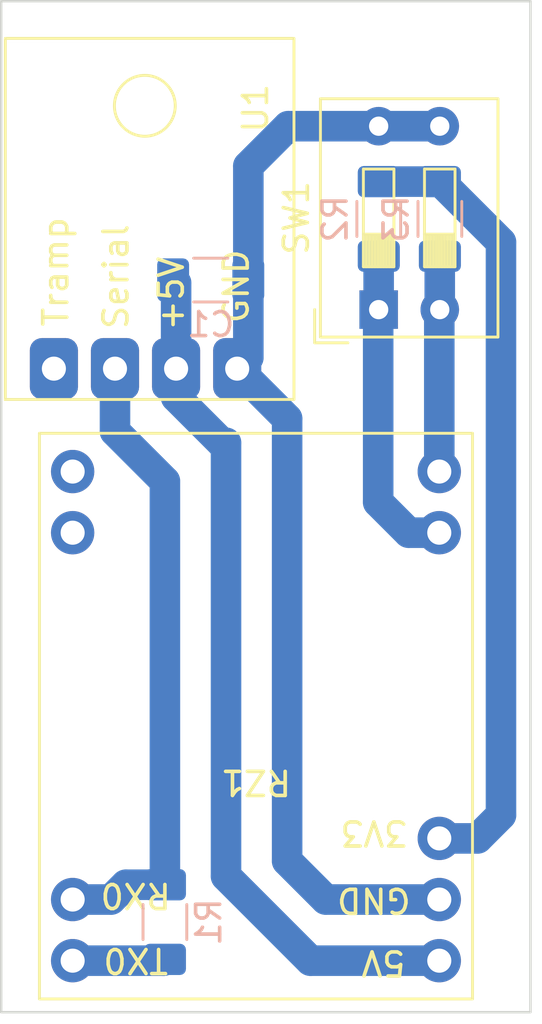
<source format=kicad_pcb>
(kicad_pcb (version 20221018) (generator pcbnew)
  (layers (0 "F.Cu" signal) (31 "B.Cu" signal) (34 "B.Paste" user) (35 "F.Paste" user) (36 "B.SilkS" user "B.Silkscreen") (37 "F.SilkS" user "F.Silkscreen") (38 "B.Mask" user) (39 "F.Mask" user) (44 "Edge.Cuts" user))
  (net 0 "")
  (net 3 "/5V")
  (net 5 "/Ser")
  (net 6 "/GND")
  (net 7 "Net-(R1-Pad1)")
  (net 8 "/3V3")
  (net 9 "Net-(R3-Pad2)")
  (net 10 "Net-(R2-Pad2)")
  (footprint "Button_Switch_THT:SW_DIP_SPSTx02_Slide_9.78x7.26mm_W7.62mm_P2.54mm" (layer "F.Cu") (at 140.33 86.9525 90)
    (fp_text reference "SW1" (at 3.81 -3.42 90) (layer "F.SilkS"))
    (fp_text value "SW_DIP_x02")
    (fp_line (start -1.38 -2.66) (end -1.38 -1.277) (stroke (width 0.12)) (layer "F.SilkS"))
    (fp_line (start -1.38 -2.66) (end 0.004 -2.66) (stroke (width 0.12)) (layer "F.SilkS"))
    (fp_line (start -1.14 -2.42) (end -1.14 4.96) (stroke (width 0.12)) (layer "F.SilkS"))
    (fp_line (start -1.14 -2.42) (end 8.76 -2.42) (stroke (width 0.12)) (layer "F.SilkS"))
    (fp_line (start -1.14 4.96) (end 8.76 4.96) (stroke (width 0.12)) (layer "F.SilkS"))
    (fp_line (start 1.78 -0.635) (end 1.78 0.635) (stroke (width 0.12)) (layer "F.SilkS"))
    (fp_line (start 1.78 -0.515) (end 3.133333 -0.515) (stroke (width 0.12)) (layer "F.SilkS"))
    (fp_line (start 1.78 -0.395) (end 3.133333 -0.395) (stroke (width 0.12)) (layer "F.SilkS"))
    (fp_line (start 1.78 -0.275) (end 3.133333 -0.275) (stroke (width 0.12)) (layer "F.SilkS"))
    (fp_line (start 1.78 -0.155) (end 3.133333 -0.155) (stroke (width 0.12)) (layer "F.SilkS"))
    (fp_line (start 1.78 -0.035) (end 3.133333 -0.035) (stroke (width 0.12)) (layer "F.SilkS"))
    (fp_line (start 1.78 0.085) (end 3.133333 0.085) (stroke (width 0.12)) (layer "F.SilkS"))
    (fp_line (start 1.78 0.205) (end 3.133333 0.205) (stroke (width 0.12)) (layer "F.SilkS"))
    (fp_line (start 1.78 0.325) (end 3.133333 0.325) (stroke (width 0.12)) (layer "F.SilkS"))
    (fp_line (start 1.78 0.445) (end 3.133333 0.445) (stroke (width 0.12)) (layer "F.SilkS"))
    (fp_line (start 1.78 0.565) (end 3.133333 0.565) (stroke (width 0.12)) (layer "F.SilkS"))
    (fp_line (start 1.78 0.635) (end 5.84 0.635) (stroke (width 0.12)) (layer "F.SilkS"))
    (fp_line (start 1.78 1.905) (end 1.78 3.175) (stroke (width 0.12)) (layer "F.SilkS"))
    (fp_line (start 1.78 2.025) (end 3.133333 2.025) (stroke (width 0.12)) (layer "F.SilkS"))
    (fp_line (start 1.78 2.145) (end 3.133333 2.145) (stroke (width 0.12)) (layer "F.SilkS"))
    (fp_line (start 1.78 2.265) (end 3.133333 2.265) (stroke (width 0.12)) (layer "F.SilkS"))
    (fp_line (start 1.78 2.385) (end 3.133333 2.385) (stroke (width 0.12)) (layer "F.SilkS"))
    (fp_line (start 1.78 2.505) (end 3.133333 2.505) (stroke (width 0.12)) (layer "F.SilkS"))
    (fp_line (start 1.78 2.625) (end 3.133333 2.625) (stroke (width 0.12)) (layer "F.SilkS"))
    (fp_line (start 1.78 2.745) (end 3.133333 2.745) (stroke (width 0.12)) (layer "F.SilkS"))
    (fp_line (start 1.78 2.865) (end 3.133333 2.865) (stroke (width 0.12)) (layer "F.SilkS"))
    (fp_line (start 1.78 2.985) (end 3.133333 2.985) (stroke (width 0.12)) (layer "F.SilkS"))
    (fp_line (start 1.78 3.105) (end 3.133333 3.105) (stroke (width 0.12)) (layer "F.SilkS"))
    (fp_line (start 1.78 3.175) (end 5.84 3.175) (stroke (width 0.12)) (layer "F.SilkS"))
    (fp_line (start 3.133333 -0.635) (end 3.133333 0.635) (stroke (width 0.12)) (layer "F.SilkS"))
    (fp_line (start 3.133333 1.905) (end 3.133333 3.175) (stroke (width 0.12)) (layer "F.SilkS"))
    (fp_line (start 5.84 -0.635) (end 1.78 -0.635) (stroke (width 0.12)) (layer "F.SilkS"))
    (fp_line (start 5.84 0.635) (end 5.84 -0.635) (stroke (width 0.12)) (layer "F.SilkS"))
    (fp_line (start 5.84 1.905) (end 1.78 1.905) (stroke (width 0.12)) (layer "F.SilkS"))
    (fp_line (start 5.84 3.175) (end 5.84 1.905) (stroke (width 0.12)) (layer "F.SilkS"))
    (fp_line (start 8.76 -2.42) (end 8.76 4.96) (stroke (width 0.12)) (layer "F.SilkS"))
    (pad "1" thru_hole rect (at 0 0 90) (size 1.6 1.6) (drill 0.8) (layers "*.Cu" "*.Mask") (net 10 "Net-(R2-Pad2)"))
    (pad "2" thru_hole oval (at 0 2.54 90) (size 1.6 1.6) (drill 0.8) (layers "*.Cu" "*.Mask") (net 9 "Net-(R3-Pad2)"))
    (pad "3" thru_hole oval (at 7.62 2.54 90) (size 1.6 1.6) (drill 0.8) (layers "*.Cu" "*.Mask") (net 6 "/GND"))
    (pad "4" thru_hole oval (at 7.62 0 90) (size 1.6 1.6) (drill 0.8) (layers "*.Cu" "*.Mask") (net 6 "/GND"))
  )
  (footprint "RP2040-Zero:RP2040-Zero" (layer "F.Cu") (at 144.23 92.09 180)
    (fp_text reference "RZ1" (at 9 -14.5 180 unlocked) (layer "F.SilkS"))
    (fp_text value "RP2040-Zero")
    (fp_text user "GND" (at 4.1 -19.4 180 unlocked) (layer "F.SilkS"))
    (fp_text user "RX0" (at 14 -19.2 180 unlocked) (layer "F.SilkS"))
    (fp_text user "5V" (at 3.7 -22 180 unlocked) (layer "F.SilkS"))
    (fp_text user "3V3" (at 4.1 -16.6 180 unlocked) (layer "F.SilkS"))
    (fp_text user "TX0" (at 14 -21.9 180 unlocked) (layer "F.SilkS"))
    (fp_line (start 0 -23.5) (end 0 0) (stroke (width 0.12)) (layer "F.SilkS"))
    (fp_line (start 0 0) (end 18 0) (stroke (width 0.12)) (layer "F.SilkS"))
    (fp_line (start 18 -23.5) (end 0 -23.5) (stroke (width 0.12)) (layer "F.SilkS"))
    (fp_line (start 18 0) (end 18 -23.5) (stroke (width 0.12)) (layer "F.SilkS"))
    (pad "1" thru_hole circle (at 16.62 -21.91 180) (size 1.8 1.8) (drill 1) (layers "*.Cu" "*.Mask") (net 7 "Net-(R1-Pad1)"))
    (pad "2" thru_hole circle (at 16.62 -19.37 180) (size 1.8 1.8) (drill 1) (layers "*.Cu" "*.Mask") (net 5 "/Ser"))
    (pad "8" thru_hole circle (at 16.62 -4.13 180) (size 1.8 1.8) (drill 1) (layers "*.Cu" "*.Mask"))
    (pad "9" thru_hole circle (at 16.62 -1.59 180) (size 1.8 1.8) (drill 1) (layers "*.Cu" "*.Mask"))
    (pad "15" thru_hole circle (at 1.38 -1.59 180) (size 1.8 1.8) (drill 1) (layers "*.Cu" "*.Mask") (net 9 "Net-(R3-Pad2)"))
    (pad "16" thru_hole circle (at 1.38 -4.13 180) (size 1.8 1.8) (drill 1) (layers "*.Cu" "*.Mask") (net 10 "Net-(R2-Pad2)"))
    (pad "21" thru_hole circle (at 1.38 -16.83 180) (size 1.8 1.8) (drill 1) (layers "*.Cu" "*.Mask") (net 8 "/3V3"))
    (pad "22" thru_hole circle (at 1.38 -21.91 180) (size 1.8 1.8) (drill 1) (layers "*.Cu" "*.Mask") (net 3 "/5V"))
    (pad "23" thru_hole circle (at 1.38 -19.37 180) (size 1.8 1.8) (drill 1) (layers "*.Cu" "*.Mask") (net 6 "/GND"))
  )
  (footprint "ghost:AttoRX" (layer "F.Cu") (at 126.81 89.385 90)
    (fp_text reference "U1" (at 10.8 8.4 90 unlocked) (layer "F.SilkS"))
    (fp_text value "AttoRX")
    (fp_text user "Tramp" (at 4 0.1 90 unlocked) (layer "F.SilkS"))
    (fp_text user "Serial" (at 3.8 2.6 90 unlocked) (layer "F.SilkS"))
    (fp_text user "+5V" (at 3.1 4.9 90 unlocked) (layer "F.SilkS"))
    (fp_text user "GND" (at 3.4 7.6 90 unlocked) (layer "F.SilkS"))
    (fp_rect (start -1.3 -2) (end 13.7 10) (stroke (width 0.12)) (fill none) (layer "F.SilkS"))
    (fp_circle (center 10.9 3.8) (end 12.1 3.4) (stroke (width 0.12)) (fill none) (layer "F.SilkS"))
    (pad "1" thru_hole roundrect (at -0.02 0.02 90) (size 2.54 2) (drill 1) (layers "*.Cu" "*.Mask"))
    (pad "2" thru_hole roundrect (at -0.02 2.56 90) (size 2.54 2) (drill 1) (layers "*.Cu" "*.Mask") (net 5 "/Ser"))
    (pad "3" thru_hole roundrect (at -0.02 5.1 90) (size 2.54 2) (drill 1) (layers "*.Cu" "*.Mask") (net 3 "/5V"))
    (pad "4" thru_hole roundrect (at -0.02 7.64 90) (size 2.54 2) (drill 1) (layers "*.Cu" "*.Mask") (net 6 "/GND"))
  )
  (footprint "Resistor_SMD:R_1206_3216Metric_Pad1.30x1.75mm_HandSolder" (layer "B.Cu") (at 140.335 83.185 -90)
    (fp_text reference "R2" (at 0 1.82 -270) (layer "B.SilkS") (effects (justify mirror)))
    (fp_text value "R")
    (fp_line (start -0.727064 -0.91) (end 0.727064 -0.91) (stroke (width 0.12)) (layer "B.SilkS"))
    (fp_line (start -0.727064 0.91) (end 0.727064 0.91) (stroke (width 0.12)) (layer "B.SilkS"))
    (pad "1" smd roundrect (at -1.55 0 270) (size 1.3 1.75) (layers "B.Cu" "B.Paste" "B.Mask") (roundrect_rratio 0.1923076923) (net 8 "/3V3"))
    (pad "2" smd roundrect (at 1.55 0 270) (size 1.3 1.75) (layers "B.Cu" "B.Paste" "B.Mask") (roundrect_rratio 0.1923076923) (net 10 "Net-(R2-Pad2)"))
  )
  (footprint "Resistor_SMD:R_1206_3216Metric_Pad1.30x1.75mm_HandSolder" (layer "B.Cu") (at 142.875 83.185 -90)
    (fp_text reference "R3" (at 0 1.82 -270) (layer "B.SilkS") (effects (justify mirror)))
    (fp_text value "R")
    (fp_line (start -0.727064 -0.91) (end 0.727064 -0.91) (stroke (width 0.12)) (layer "B.SilkS"))
    (fp_line (start -0.727064 0.91) (end 0.727064 0.91) (stroke (width 0.12)) (layer "B.SilkS"))
    (pad "1" smd roundrect (at -1.55 0 270) (size 1.3 1.75) (layers "B.Cu" "B.Paste" "B.Mask") (roundrect_rratio 0.1923076923) (net 8 "/3V3"))
    (pad "2" smd roundrect (at 1.55 0 270) (size 1.3 1.75) (layers "B.Cu" "B.Paste" "B.Mask") (roundrect_rratio 0.1923076923) (net 9 "Net-(R3-Pad2)"))
  )
  (footprint "Capacitor_SMD:C_1206_3216Metric_Pad1.33x1.80mm_HandSolder" (layer "B.Cu") (at 133.35 85.725)
    (fp_text reference "C1" (at 0 1.85) (layer "B.SilkS") (effects (justify mirror)))
    (fp_text value "C")
    (fp_line (start -0.711252 -0.91) (end 0.711252 -0.91) (stroke (width 0.12)) (layer "B.SilkS"))
    (fp_line (start -0.711252 0.91) (end 0.711252 0.91) (stroke (width 0.12)) (layer "B.SilkS"))
    (pad "1" smd roundrect (at -1.5625 0) (size 1.325 1.8) (layers "B.Cu" "B.Paste" "B.Mask") (roundrect_rratio 0.1886792453) (net 3 "/5V"))
    (pad "2" smd roundrect (at 1.5625 0) (size 1.325 1.8) (layers "B.Cu" "B.Paste" "B.Mask") (roundrect_rratio 0.1886792453) (net 6 "/GND"))
  )
  (footprint "Resistor_SMD:R_1206_3216Metric_Pad1.30x1.75mm_HandSolder" (layer "B.Cu") (at 131.445 112.395 90)
    (fp_text reference "R1" (at 0 1.82 90) (layer "B.SilkS") (effects (justify mirror)))
    (fp_text value "R")
    (fp_line (start -0.727064 -0.91) (end 0.727064 -0.91) (stroke (width 0.12)) (layer "B.SilkS"))
    (fp_line (start -0.727064 0.91) (end 0.727064 0.91) (stroke (width 0.12)) (layer "B.SilkS"))
    (pad "1" smd roundrect (at -1.55 0 90) (size 1.3 1.75) (layers "B.Cu" "B.Paste" "B.Mask") (roundrect_rratio 0.1923076923) (net 7 "Net-(R1-Pad1)"))
    (pad "2" smd roundrect (at 1.55 0 90) (size 1.3 1.75) (layers "B.Cu" "B.Paste" "B.Mask") (roundrect_rratio 0.1923076923) (net 5 "/Ser"))
  )
  (gr_rect (start 124.64 74.14) (end 146.64 116.14) (stroke (width 0.1)) (fill none) (layer "Edge.Cuts"))
  (segment (start 133.806339 92.485) (end 133.985 92.485) (width 1.27) (layer "B.Cu") (net 3))
  (segment (start 133.985 110.49) (end 137.495 114) (width 1.27) (layer "B.Cu") (net 3))
  (segment (start 133.985 92.485) (end 133.985 110.49) (width 1.27) (layer "B.Cu") (net 3))
  (segment (start 131.91 89.405) (end 131.91 90.588661) (width 1.27) (layer "B.Cu") (net 3))
  (segment (start 131.91 90.588661) (end 133.806339 92.485) (width 1.27) (layer "B.Cu") (net 3))
  (segment (start 137.495 114) (end 142.85 114) (width 1.27) (layer "B.Cu") (net 3))
  (segment (start 131.91 89.405) (end 131.91 85.8475) (width 1.27) (layer "B.Cu") (net 3))
  (segment (start 131.91 85.8475) (end 131.7875 85.725) (width 1.27) (layer "B.Cu") (net 3))
  (segment (start 129.82 110.845) (end 131.445 110.845) (width 1.27) (layer "B.Cu") (net 5))
  (segment (start 129.205 111.46) (end 129.82 110.845) (width 1.27) (layer "B.Cu") (net 5))
  (segment (start 129.37 92.008874) (end 131.445 94.083874) (width 1.27) (layer "B.Cu") (net 5))
  (segment (start 127.61 111.46) (end 129.205 111.46) (width 1.27) (layer "B.Cu") (net 5))
  (segment (start 131.445 94.083874) (end 131.445 110.845) (width 1.27) (layer "B.Cu") (net 5))
  (segment (start 129.37 89.405) (end 129.37 92.008874) (width 1.27) (layer "B.Cu") (net 5))
  (segment (start 134.9125 80.9875) (end 136.5675 79.3325) (width 1.27) (layer "B.Cu") (net 6))
  (segment (start 138.13 111.46) (end 136.525 109.855) (width 1.27) (layer "B.Cu") (net 6))
  (segment (start 136.525 109.855) (end 136.525 91.48) (width 1.27) (layer "B.Cu") (net 6))
  (segment (start 136.5675 79.3325) (end 140.33 79.3325) (width 1.27) (layer "B.Cu") (net 6))
  (segment (start 134.9125 85.725) (end 134.9125 80.9875) (width 1.27) (layer "B.Cu") (net 6))
  (segment (start 140.33 79.3325) (end 142.87 79.3325) (width 1.27) (layer "B.Cu") (net 6))
  (segment (start 142.85 111.46) (end 138.13 111.46) (width 1.27) (layer "B.Cu") (net 6))
  (segment (start 136.525 91.48) (end 134.45 89.405) (width 1.27) (layer "B.Cu") (net 6))
  (segment (start 134.9125 88.9425) (end 134.45 89.405) (width 1.27) (layer "B.Cu") (net 6))
  (segment (start 134.9125 85.725) (end 134.9125 88.9425) (width 1.27) (layer "B.Cu") (net 6))
  (segment (start 131.39 114) (end 131.445 113.945) (width 1.27) (layer "B.Cu") (net 7))
  (segment (start 127.61 114) (end 131.39 114) (width 1.27) (layer "B.Cu") (net 7))
  (segment (start 144.445 108.92) (end 142.85 108.92) (width 1.27) (layer "B.Cu") (net 8))
  (segment (start 142.900107 81.635) (end 145.415 84.149893) (width 1.27) (layer "B.Cu") (net 8))
  (segment (start 145.415 84.149893) (end 145.415 107.95) (width 1.27) (layer "B.Cu") (net 8))
  (segment (start 142.875 81.635) (end 142.900107 81.635) (width 1.27) (layer "B.Cu") (net 8))
  (segment (start 145.415 107.95) (end 144.445 108.92) (width 1.27) (layer "B.Cu") (net 8))
  (segment (start 140.335 81.635) (end 142.875 81.635) (width 1.27) (layer "B.Cu") (net 8))
  (segment (start 142.87 86.9525) (end 142.87 85.095) (width 1.27) (layer "B.Cu") (net 9))
  (segment (start 142.85 93.68) (end 142.85 86.9725) (width 1.27) (layer "B.Cu") (net 9))
  (segment (start 142.85 86.9725) (end 142.87 86.9525) (width 1.27) (layer "B.Cu") (net 9))
  (segment (start 142.875 85.09) (end 142.875 84.735) (width 1.27) (layer "B.Cu") (net 9))
  (segment (start 142.87 85.095) (end 142.875 85.09) (width 1.27) (layer "B.Cu") (net 9))
  (segment (start 140.31 94.952792) (end 140.31 86.9725) (width 1.27) (layer "B.Cu") (net 10))
  (segment (start 142.85 96.22) (end 141.577208 96.22) (width 1.27) (layer "B.Cu") (net 10))
  (segment (start 140.33 86.9525) (end 140.33 84.74) (width 1.27) (layer "B.Cu") (net 10))
  (segment (start 141.577208 96.22) (end 140.31 94.952792) (width 1.27) (layer "B.Cu") (net 10))
  (segment (start 140.31 86.9725) (end 140.33 86.9525) (width 1.27) (layer "B.Cu") (net 10))
  (segment (start 140.33 84.74) (end 140.335 84.735) (width 1.27) (layer "B.Cu") (net 10))
)
</source>
